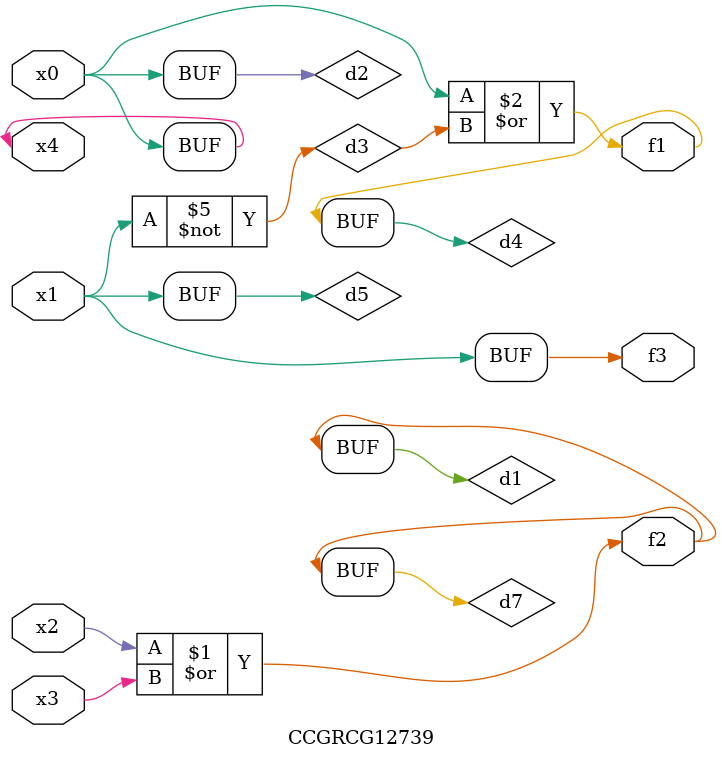
<source format=v>
module CCGRCG12739(
	input x0, x1, x2, x3, x4,
	output f1, f2, f3
);

	wire d1, d2, d3, d4, d5, d6, d7;

	or (d1, x2, x3);
	buf (d2, x0, x4);
	not (d3, x1);
	or (d4, d2, d3);
	not (d5, d3);
	nand (d6, d1, d3);
	or (d7, d1);
	assign f1 = d4;
	assign f2 = d7;
	assign f3 = d5;
endmodule

</source>
